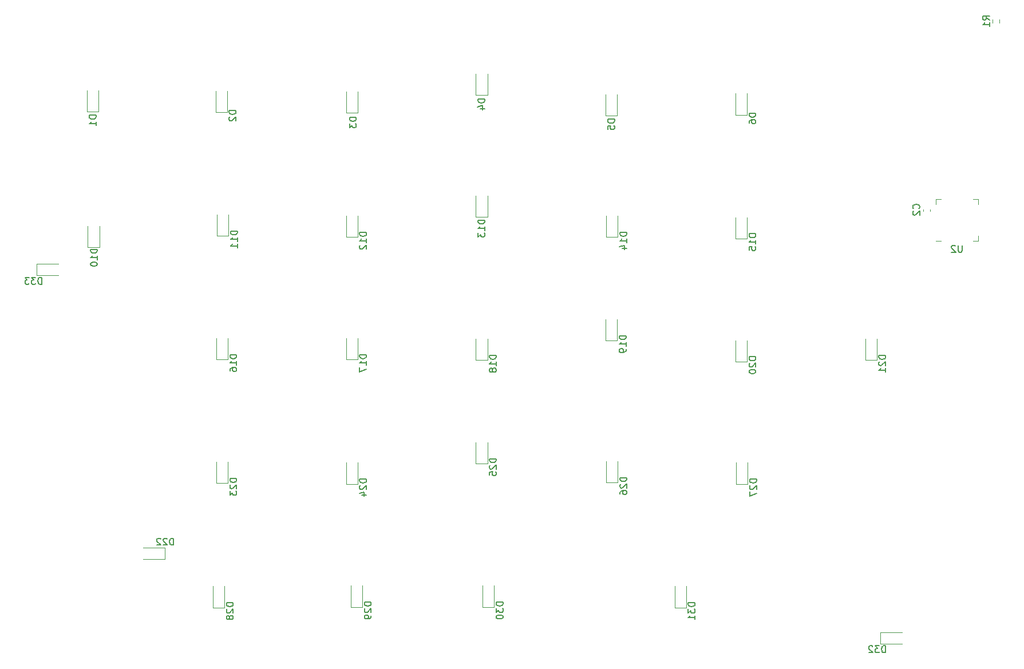
<source format=gbr>
%TF.GenerationSoftware,KiCad,Pcbnew,(6.0.6-0)*%
%TF.CreationDate,2023-01-06T16:27:02+00:00*%
%TF.ProjectId,MacSplit60,4d616353-706c-4697-9436-302e6b696361,rev?*%
%TF.SameCoordinates,Original*%
%TF.FileFunction,Legend,Bot*%
%TF.FilePolarity,Positive*%
%FSLAX46Y46*%
G04 Gerber Fmt 4.6, Leading zero omitted, Abs format (unit mm)*
G04 Created by KiCad (PCBNEW (6.0.6-0)) date 2023-01-06 16:27:02*
%MOMM*%
%LPD*%
G01*
G04 APERTURE LIST*
%ADD10C,0.150000*%
%ADD11C,0.120000*%
G04 APERTURE END LIST*
D10*
%TO.C,D12*%
X145752380Y-79285714D02*
X144752380Y-79285714D01*
X144752380Y-79523809D01*
X144800000Y-79666666D01*
X144895238Y-79761904D01*
X144990476Y-79809523D01*
X145180952Y-79857142D01*
X145323809Y-79857142D01*
X145514285Y-79809523D01*
X145609523Y-79761904D01*
X145704761Y-79666666D01*
X145752380Y-79523809D01*
X145752380Y-79285714D01*
X145752380Y-80809523D02*
X145752380Y-80238095D01*
X145752380Y-80523809D02*
X144752380Y-80523809D01*
X144895238Y-80428571D01*
X144990476Y-80333333D01*
X145038095Y-80238095D01*
X144847619Y-81190476D02*
X144800000Y-81238095D01*
X144752380Y-81333333D01*
X144752380Y-81571428D01*
X144800000Y-81666666D01*
X144847619Y-81714285D01*
X144942857Y-81761904D01*
X145038095Y-81761904D01*
X145180952Y-81714285D01*
X145752380Y-81142857D01*
X145752380Y-81761904D01*
%TO.C,D23*%
X126552671Y-115685714D02*
X125552671Y-115685714D01*
X125552671Y-115923809D01*
X125600291Y-116066666D01*
X125695529Y-116161904D01*
X125790767Y-116209523D01*
X125981243Y-116257142D01*
X126124100Y-116257142D01*
X126314576Y-116209523D01*
X126409814Y-116161904D01*
X126505052Y-116066666D01*
X126552671Y-115923809D01*
X126552671Y-115685714D01*
X125647910Y-116638095D02*
X125600291Y-116685714D01*
X125552671Y-116780952D01*
X125552671Y-117019047D01*
X125600291Y-117114285D01*
X125647910Y-117161904D01*
X125743148Y-117209523D01*
X125838386Y-117209523D01*
X125981243Y-117161904D01*
X126552671Y-116590476D01*
X126552671Y-117209523D01*
X125552671Y-117542857D02*
X125552671Y-118161904D01*
X125933624Y-117828571D01*
X125933624Y-117971428D01*
X125981243Y-118066666D01*
X126028862Y-118114285D01*
X126124100Y-118161904D01*
X126362195Y-118161904D01*
X126457433Y-118114285D01*
X126505052Y-118066666D01*
X126552671Y-117971428D01*
X126552671Y-117685714D01*
X126505052Y-117590476D01*
X126457433Y-117542857D01*
%TO.C,D19*%
X184152380Y-94585714D02*
X183152380Y-94585714D01*
X183152380Y-94823809D01*
X183200000Y-94966666D01*
X183295238Y-95061904D01*
X183390476Y-95109523D01*
X183580952Y-95157142D01*
X183723809Y-95157142D01*
X183914285Y-95109523D01*
X184009523Y-95061904D01*
X184104761Y-94966666D01*
X184152380Y-94823809D01*
X184152380Y-94585714D01*
X184152380Y-96109523D02*
X184152380Y-95538095D01*
X184152380Y-95823809D02*
X183152380Y-95823809D01*
X183295238Y-95728571D01*
X183390476Y-95633333D01*
X183438095Y-95538095D01*
X184152380Y-96585714D02*
X184152380Y-96776190D01*
X184104761Y-96871428D01*
X184057142Y-96919047D01*
X183914285Y-97014285D01*
X183723809Y-97061904D01*
X183342857Y-97061904D01*
X183247619Y-97014285D01*
X183200000Y-96966666D01*
X183152380Y-96871428D01*
X183152380Y-96680952D01*
X183200000Y-96585714D01*
X183247619Y-96538095D01*
X183342857Y-96490476D01*
X183580952Y-96490476D01*
X183676190Y-96538095D01*
X183723809Y-96585714D01*
X183771428Y-96680952D01*
X183771428Y-96871428D01*
X183723809Y-96966666D01*
X183676190Y-97014285D01*
X183580952Y-97061904D01*
%TO.C,D18*%
X164952380Y-97485714D02*
X163952380Y-97485714D01*
X163952380Y-97723809D01*
X164000000Y-97866666D01*
X164095238Y-97961904D01*
X164190476Y-98009523D01*
X164380952Y-98057142D01*
X164523809Y-98057142D01*
X164714285Y-98009523D01*
X164809523Y-97961904D01*
X164904761Y-97866666D01*
X164952380Y-97723809D01*
X164952380Y-97485714D01*
X164952380Y-99009523D02*
X164952380Y-98438095D01*
X164952380Y-98723809D02*
X163952380Y-98723809D01*
X164095238Y-98628571D01*
X164190476Y-98533333D01*
X164238095Y-98438095D01*
X164380952Y-99580952D02*
X164333333Y-99485714D01*
X164285714Y-99438095D01*
X164190476Y-99390476D01*
X164142857Y-99390476D01*
X164047619Y-99438095D01*
X164000000Y-99485714D01*
X163952380Y-99580952D01*
X163952380Y-99771428D01*
X164000000Y-99866666D01*
X164047619Y-99914285D01*
X164142857Y-99961904D01*
X164190476Y-99961904D01*
X164285714Y-99914285D01*
X164333333Y-99866666D01*
X164380952Y-99771428D01*
X164380952Y-99580952D01*
X164428571Y-99485714D01*
X164476190Y-99438095D01*
X164571428Y-99390476D01*
X164761904Y-99390476D01*
X164857142Y-99438095D01*
X164904761Y-99485714D01*
X164952380Y-99580952D01*
X164952380Y-99771428D01*
X164904761Y-99866666D01*
X164857142Y-99914285D01*
X164761904Y-99961904D01*
X164571428Y-99961904D01*
X164476190Y-99914285D01*
X164428571Y-99866666D01*
X164380952Y-99771428D01*
%TO.C,D13*%
X163252380Y-77485714D02*
X162252380Y-77485714D01*
X162252380Y-77723809D01*
X162300000Y-77866666D01*
X162395238Y-77961904D01*
X162490476Y-78009523D01*
X162680952Y-78057142D01*
X162823809Y-78057142D01*
X163014285Y-78009523D01*
X163109523Y-77961904D01*
X163204761Y-77866666D01*
X163252380Y-77723809D01*
X163252380Y-77485714D01*
X163252380Y-79009523D02*
X163252380Y-78438095D01*
X163252380Y-78723809D02*
X162252380Y-78723809D01*
X162395238Y-78628571D01*
X162490476Y-78533333D01*
X162538095Y-78438095D01*
X162252380Y-79342857D02*
X162252380Y-79961904D01*
X162633333Y-79628571D01*
X162633333Y-79771428D01*
X162680952Y-79866666D01*
X162728571Y-79914285D01*
X162823809Y-79961904D01*
X163061904Y-79961904D01*
X163157142Y-79914285D01*
X163204761Y-79866666D01*
X163252380Y-79771428D01*
X163252380Y-79485714D01*
X163204761Y-79390476D01*
X163157142Y-79342857D01*
%TO.C,D5*%
X182452380Y-62561904D02*
X181452380Y-62561904D01*
X181452380Y-62800000D01*
X181500000Y-62942857D01*
X181595238Y-63038095D01*
X181690476Y-63085714D01*
X181880952Y-63133333D01*
X182023809Y-63133333D01*
X182214285Y-63085714D01*
X182309523Y-63038095D01*
X182404761Y-62942857D01*
X182452380Y-62800000D01*
X182452380Y-62561904D01*
X181452380Y-64038095D02*
X181452380Y-63561904D01*
X181928571Y-63514285D01*
X181880952Y-63561904D01*
X181833333Y-63657142D01*
X181833333Y-63895238D01*
X181880952Y-63990476D01*
X181928571Y-64038095D01*
X182023809Y-64085714D01*
X182261904Y-64085714D01*
X182357142Y-64038095D01*
X182404761Y-63990476D01*
X182452380Y-63895238D01*
X182452380Y-63657142D01*
X182404761Y-63561904D01*
X182357142Y-63514285D01*
%TO.C,D29*%
X146452380Y-133985714D02*
X145452380Y-133985714D01*
X145452380Y-134223809D01*
X145500000Y-134366666D01*
X145595238Y-134461904D01*
X145690476Y-134509523D01*
X145880952Y-134557142D01*
X146023809Y-134557142D01*
X146214285Y-134509523D01*
X146309523Y-134461904D01*
X146404761Y-134366666D01*
X146452380Y-134223809D01*
X146452380Y-133985714D01*
X145547619Y-134938095D02*
X145500000Y-134985714D01*
X145452380Y-135080952D01*
X145452380Y-135319047D01*
X145500000Y-135414285D01*
X145547619Y-135461904D01*
X145642857Y-135509523D01*
X145738095Y-135509523D01*
X145880952Y-135461904D01*
X146452380Y-134890476D01*
X146452380Y-135509523D01*
X146452380Y-135985714D02*
X146452380Y-136176190D01*
X146404761Y-136271428D01*
X146357142Y-136319047D01*
X146214285Y-136414285D01*
X146023809Y-136461904D01*
X145642857Y-136461904D01*
X145547619Y-136414285D01*
X145500000Y-136366666D01*
X145452380Y-136271428D01*
X145452380Y-136080952D01*
X145500000Y-135985714D01*
X145547619Y-135938095D01*
X145642857Y-135890476D01*
X145880952Y-135890476D01*
X145976190Y-135938095D01*
X146023809Y-135985714D01*
X146071428Y-136080952D01*
X146071428Y-136271428D01*
X146023809Y-136366666D01*
X145976190Y-136414285D01*
X145880952Y-136461904D01*
%TO.C,U2*%
X233861904Y-81212380D02*
X233861904Y-82021904D01*
X233814285Y-82117142D01*
X233766666Y-82164761D01*
X233671428Y-82212380D01*
X233480952Y-82212380D01*
X233385714Y-82164761D01*
X233338095Y-82117142D01*
X233290476Y-82021904D01*
X233290476Y-81212380D01*
X232861904Y-81307619D02*
X232814285Y-81260000D01*
X232719047Y-81212380D01*
X232480952Y-81212380D01*
X232385714Y-81260000D01*
X232338095Y-81307619D01*
X232290476Y-81402857D01*
X232290476Y-81498095D01*
X232338095Y-81640952D01*
X232909523Y-82212380D01*
X232290476Y-82212380D01*
%TO.C,R1*%
X237912380Y-47863333D02*
X237436190Y-47530000D01*
X237912380Y-47291904D02*
X236912380Y-47291904D01*
X236912380Y-47672857D01*
X236960000Y-47768095D01*
X237007619Y-47815714D01*
X237102857Y-47863333D01*
X237245714Y-47863333D01*
X237340952Y-47815714D01*
X237388571Y-47768095D01*
X237436190Y-47672857D01*
X237436190Y-47291904D01*
X237912380Y-48815714D02*
X237912380Y-48244285D01*
X237912380Y-48530000D02*
X236912380Y-48530000D01*
X237055238Y-48434761D01*
X237150476Y-48339523D01*
X237198095Y-48244285D01*
%TO.C,D25*%
X164952380Y-112785714D02*
X163952380Y-112785714D01*
X163952380Y-113023809D01*
X164000000Y-113166666D01*
X164095238Y-113261904D01*
X164190476Y-113309523D01*
X164380952Y-113357142D01*
X164523809Y-113357142D01*
X164714285Y-113309523D01*
X164809523Y-113261904D01*
X164904761Y-113166666D01*
X164952380Y-113023809D01*
X164952380Y-112785714D01*
X164047619Y-113738095D02*
X164000000Y-113785714D01*
X163952380Y-113880952D01*
X163952380Y-114119047D01*
X164000000Y-114214285D01*
X164047619Y-114261904D01*
X164142857Y-114309523D01*
X164238095Y-114309523D01*
X164380952Y-114261904D01*
X164952380Y-113690476D01*
X164952380Y-114309523D01*
X163952380Y-115214285D02*
X163952380Y-114738095D01*
X164428571Y-114690476D01*
X164380952Y-114738095D01*
X164333333Y-114833333D01*
X164333333Y-115071428D01*
X164380952Y-115166666D01*
X164428571Y-115214285D01*
X164523809Y-115261904D01*
X164761904Y-115261904D01*
X164857142Y-115214285D01*
X164904761Y-115166666D01*
X164952380Y-115071428D01*
X164952380Y-114833333D01*
X164904761Y-114738095D01*
X164857142Y-114690476D01*
%TO.C,D30*%
X165952380Y-133985714D02*
X164952380Y-133985714D01*
X164952380Y-134223809D01*
X165000000Y-134366666D01*
X165095238Y-134461904D01*
X165190476Y-134509523D01*
X165380952Y-134557142D01*
X165523809Y-134557142D01*
X165714285Y-134509523D01*
X165809523Y-134461904D01*
X165904761Y-134366666D01*
X165952380Y-134223809D01*
X165952380Y-133985714D01*
X164952380Y-134890476D02*
X164952380Y-135509523D01*
X165333333Y-135176190D01*
X165333333Y-135319047D01*
X165380952Y-135414285D01*
X165428571Y-135461904D01*
X165523809Y-135509523D01*
X165761904Y-135509523D01*
X165857142Y-135461904D01*
X165904761Y-135414285D01*
X165952380Y-135319047D01*
X165952380Y-135033333D01*
X165904761Y-134938095D01*
X165857142Y-134890476D01*
X164952380Y-136128571D02*
X164952380Y-136223809D01*
X165000000Y-136319047D01*
X165047619Y-136366666D01*
X165142857Y-136414285D01*
X165333333Y-136461904D01*
X165571428Y-136461904D01*
X165761904Y-136414285D01*
X165857142Y-136366666D01*
X165904761Y-136319047D01*
X165952380Y-136223809D01*
X165952380Y-136128571D01*
X165904761Y-136033333D01*
X165857142Y-135985714D01*
X165761904Y-135938095D01*
X165571428Y-135890476D01*
X165333333Y-135890476D01*
X165142857Y-135938095D01*
X165047619Y-135985714D01*
X165000000Y-136033333D01*
X164952380Y-136128571D01*
%TO.C,D32*%
X222514285Y-141452380D02*
X222514285Y-140452380D01*
X222276190Y-140452380D01*
X222133333Y-140500000D01*
X222038095Y-140595238D01*
X221990476Y-140690476D01*
X221942857Y-140880952D01*
X221942857Y-141023809D01*
X221990476Y-141214285D01*
X222038095Y-141309523D01*
X222133333Y-141404761D01*
X222276190Y-141452380D01*
X222514285Y-141452380D01*
X221609523Y-140452380D02*
X220990476Y-140452380D01*
X221323809Y-140833333D01*
X221180952Y-140833333D01*
X221085714Y-140880952D01*
X221038095Y-140928571D01*
X220990476Y-141023809D01*
X220990476Y-141261904D01*
X221038095Y-141357142D01*
X221085714Y-141404761D01*
X221180952Y-141452380D01*
X221466666Y-141452380D01*
X221561904Y-141404761D01*
X221609523Y-141357142D01*
X220609523Y-140547619D02*
X220561904Y-140500000D01*
X220466666Y-140452380D01*
X220228571Y-140452380D01*
X220133333Y-140500000D01*
X220085714Y-140547619D01*
X220038095Y-140642857D01*
X220038095Y-140738095D01*
X220085714Y-140880952D01*
X220657142Y-141452380D01*
X220038095Y-141452380D01*
%TO.C,D24*%
X145752671Y-115785714D02*
X144752671Y-115785714D01*
X144752671Y-116023809D01*
X144800291Y-116166666D01*
X144895529Y-116261904D01*
X144990767Y-116309523D01*
X145181243Y-116357142D01*
X145324100Y-116357142D01*
X145514576Y-116309523D01*
X145609814Y-116261904D01*
X145705052Y-116166666D01*
X145752671Y-116023809D01*
X145752671Y-115785714D01*
X144847910Y-116738095D02*
X144800291Y-116785714D01*
X144752671Y-116880952D01*
X144752671Y-117119047D01*
X144800291Y-117214285D01*
X144847910Y-117261904D01*
X144943148Y-117309523D01*
X145038386Y-117309523D01*
X145181243Y-117261904D01*
X145752671Y-116690476D01*
X145752671Y-117309523D01*
X145086005Y-118166666D02*
X145752671Y-118166666D01*
X144705052Y-117928571D02*
X145419338Y-117690476D01*
X145419338Y-118309523D01*
%TO.C,D1*%
X105752380Y-61961904D02*
X104752380Y-61961904D01*
X104752380Y-62200000D01*
X104800000Y-62342857D01*
X104895238Y-62438095D01*
X104990476Y-62485714D01*
X105180952Y-62533333D01*
X105323809Y-62533333D01*
X105514285Y-62485714D01*
X105609523Y-62438095D01*
X105704761Y-62342857D01*
X105752380Y-62200000D01*
X105752380Y-61961904D01*
X105752380Y-63485714D02*
X105752380Y-62914285D01*
X105752380Y-63200000D02*
X104752380Y-63200000D01*
X104895238Y-63104761D01*
X104990476Y-63009523D01*
X105038095Y-62914285D01*
%TO.C,D2*%
X126452671Y-61261904D02*
X125452671Y-61261904D01*
X125452671Y-61500000D01*
X125500291Y-61642857D01*
X125595529Y-61738095D01*
X125690767Y-61785714D01*
X125881243Y-61833333D01*
X126024100Y-61833333D01*
X126214576Y-61785714D01*
X126309814Y-61738095D01*
X126405052Y-61642857D01*
X126452671Y-61500000D01*
X126452671Y-61261904D01*
X125547910Y-62214285D02*
X125500291Y-62261904D01*
X125452671Y-62357142D01*
X125452671Y-62595238D01*
X125500291Y-62690476D01*
X125547910Y-62738095D01*
X125643148Y-62785714D01*
X125738386Y-62785714D01*
X125881243Y-62738095D01*
X126452671Y-62166666D01*
X126452671Y-62785714D01*
%TO.C,D15*%
X203352380Y-79485714D02*
X202352380Y-79485714D01*
X202352380Y-79723809D01*
X202400000Y-79866666D01*
X202495238Y-79961904D01*
X202590476Y-80009523D01*
X202780952Y-80057142D01*
X202923809Y-80057142D01*
X203114285Y-80009523D01*
X203209523Y-79961904D01*
X203304761Y-79866666D01*
X203352380Y-79723809D01*
X203352380Y-79485714D01*
X203352380Y-81009523D02*
X203352380Y-80438095D01*
X203352380Y-80723809D02*
X202352380Y-80723809D01*
X202495238Y-80628571D01*
X202590476Y-80533333D01*
X202638095Y-80438095D01*
X202352380Y-81914285D02*
X202352380Y-81438095D01*
X202828571Y-81390476D01*
X202780952Y-81438095D01*
X202733333Y-81533333D01*
X202733333Y-81771428D01*
X202780952Y-81866666D01*
X202828571Y-81914285D01*
X202923809Y-81961904D01*
X203161904Y-81961904D01*
X203257142Y-81914285D01*
X203304761Y-81866666D01*
X203352380Y-81771428D01*
X203352380Y-81533333D01*
X203304761Y-81438095D01*
X203257142Y-81390476D01*
%TO.C,D10*%
X105952671Y-81785714D02*
X104952671Y-81785714D01*
X104952671Y-82023809D01*
X105000291Y-82166666D01*
X105095529Y-82261904D01*
X105190767Y-82309523D01*
X105381243Y-82357142D01*
X105524100Y-82357142D01*
X105714576Y-82309523D01*
X105809814Y-82261904D01*
X105905052Y-82166666D01*
X105952671Y-82023809D01*
X105952671Y-81785714D01*
X105952671Y-83309523D02*
X105952671Y-82738095D01*
X105952671Y-83023809D02*
X104952671Y-83023809D01*
X105095529Y-82928571D01*
X105190767Y-82833333D01*
X105238386Y-82738095D01*
X104952671Y-83928571D02*
X104952671Y-84023809D01*
X105000291Y-84119047D01*
X105047910Y-84166666D01*
X105143148Y-84214285D01*
X105333624Y-84261904D01*
X105571719Y-84261904D01*
X105762195Y-84214285D01*
X105857433Y-84166666D01*
X105905052Y-84119047D01*
X105952671Y-84023809D01*
X105952671Y-83928571D01*
X105905052Y-83833333D01*
X105857433Y-83785714D01*
X105762195Y-83738095D01*
X105571719Y-83690476D01*
X105333624Y-83690476D01*
X105143148Y-83738095D01*
X105047910Y-83785714D01*
X105000291Y-83833333D01*
X104952671Y-83928571D01*
%TO.C,D31*%
X194352380Y-134085714D02*
X193352380Y-134085714D01*
X193352380Y-134323809D01*
X193400000Y-134466666D01*
X193495238Y-134561904D01*
X193590476Y-134609523D01*
X193780952Y-134657142D01*
X193923809Y-134657142D01*
X194114285Y-134609523D01*
X194209523Y-134561904D01*
X194304761Y-134466666D01*
X194352380Y-134323809D01*
X194352380Y-134085714D01*
X193352380Y-134990476D02*
X193352380Y-135609523D01*
X193733333Y-135276190D01*
X193733333Y-135419047D01*
X193780952Y-135514285D01*
X193828571Y-135561904D01*
X193923809Y-135609523D01*
X194161904Y-135609523D01*
X194257142Y-135561904D01*
X194304761Y-135514285D01*
X194352380Y-135419047D01*
X194352380Y-135133333D01*
X194304761Y-135038095D01*
X194257142Y-134990476D01*
X194352380Y-136561904D02*
X194352380Y-135990476D01*
X194352380Y-136276190D02*
X193352380Y-136276190D01*
X193495238Y-136180952D01*
X193590476Y-136085714D01*
X193638095Y-135990476D01*
%TO.C,D22*%
X117214576Y-125552380D02*
X117214576Y-124552380D01*
X116976481Y-124552380D01*
X116833624Y-124599999D01*
X116738386Y-124695238D01*
X116690767Y-124790476D01*
X116643148Y-124980952D01*
X116643148Y-125123809D01*
X116690767Y-125314285D01*
X116738386Y-125409523D01*
X116833624Y-125504761D01*
X116976481Y-125552380D01*
X117214576Y-125552380D01*
X116262195Y-124647619D02*
X116214576Y-124599999D01*
X116119338Y-124552380D01*
X115881243Y-124552380D01*
X115786005Y-124600000D01*
X115738386Y-124647619D01*
X115690767Y-124742857D01*
X115690767Y-124838095D01*
X115738386Y-124980952D01*
X116309814Y-125552380D01*
X115690767Y-125552380D01*
X115309814Y-124647619D02*
X115262195Y-124600000D01*
X115166957Y-124552380D01*
X114928862Y-124552380D01*
X114833624Y-124600000D01*
X114786005Y-124647619D01*
X114738386Y-124742857D01*
X114738386Y-124838095D01*
X114786005Y-124980952D01*
X115357433Y-125552380D01*
X114738386Y-125552380D01*
%TO.C,D17*%
X145752671Y-97385714D02*
X144752671Y-97385714D01*
X144752671Y-97623809D01*
X144800291Y-97766666D01*
X144895529Y-97861904D01*
X144990767Y-97909523D01*
X145181243Y-97957142D01*
X145324100Y-97957142D01*
X145514576Y-97909523D01*
X145609814Y-97861904D01*
X145705052Y-97766666D01*
X145752671Y-97623809D01*
X145752671Y-97385714D01*
X145752671Y-98909523D02*
X145752671Y-98338095D01*
X145752671Y-98623809D02*
X144752671Y-98623809D01*
X144895529Y-98528571D01*
X144990767Y-98433333D01*
X145038386Y-98338095D01*
X144752671Y-99242857D02*
X144752671Y-99909523D01*
X145752671Y-99480952D01*
%TO.C,D26*%
X184252380Y-115585714D02*
X183252380Y-115585714D01*
X183252380Y-115823809D01*
X183300000Y-115966666D01*
X183395238Y-116061904D01*
X183490476Y-116109523D01*
X183680952Y-116157142D01*
X183823809Y-116157142D01*
X184014285Y-116109523D01*
X184109523Y-116061904D01*
X184204761Y-115966666D01*
X184252380Y-115823809D01*
X184252380Y-115585714D01*
X183347619Y-116538095D02*
X183300000Y-116585714D01*
X183252380Y-116680952D01*
X183252380Y-116919047D01*
X183300000Y-117014285D01*
X183347619Y-117061904D01*
X183442857Y-117109523D01*
X183538095Y-117109523D01*
X183680952Y-117061904D01*
X184252380Y-116490476D01*
X184252380Y-117109523D01*
X183252380Y-117966666D02*
X183252380Y-117776190D01*
X183300000Y-117680952D01*
X183347619Y-117633333D01*
X183490476Y-117538095D01*
X183680952Y-117490476D01*
X184061904Y-117490476D01*
X184157142Y-117538095D01*
X184204761Y-117585714D01*
X184252380Y-117680952D01*
X184252380Y-117871428D01*
X184204761Y-117966666D01*
X184157142Y-118014285D01*
X184061904Y-118061904D01*
X183823809Y-118061904D01*
X183728571Y-118014285D01*
X183680952Y-117966666D01*
X183633333Y-117871428D01*
X183633333Y-117680952D01*
X183680952Y-117585714D01*
X183728571Y-117538095D01*
X183823809Y-117490476D01*
%TO.C,D6*%
X203352380Y-61661904D02*
X202352380Y-61661904D01*
X202352380Y-61900000D01*
X202400000Y-62042857D01*
X202495238Y-62138095D01*
X202590476Y-62185714D01*
X202780952Y-62233333D01*
X202923809Y-62233333D01*
X203114285Y-62185714D01*
X203209523Y-62138095D01*
X203304761Y-62042857D01*
X203352380Y-61900000D01*
X203352380Y-61661904D01*
X202352380Y-63090476D02*
X202352380Y-62900000D01*
X202400000Y-62804761D01*
X202447619Y-62757142D01*
X202590476Y-62661904D01*
X202780952Y-62614285D01*
X203161904Y-62614285D01*
X203257142Y-62661904D01*
X203304761Y-62709523D01*
X203352380Y-62804761D01*
X203352380Y-62995238D01*
X203304761Y-63090476D01*
X203257142Y-63138095D01*
X203161904Y-63185714D01*
X202923809Y-63185714D01*
X202828571Y-63138095D01*
X202780952Y-63090476D01*
X202733333Y-62995238D01*
X202733333Y-62804761D01*
X202780952Y-62709523D01*
X202828571Y-62661904D01*
X202923809Y-62614285D01*
%TO.C,D4*%
X163252380Y-59561904D02*
X162252380Y-59561904D01*
X162252380Y-59800000D01*
X162300000Y-59942857D01*
X162395238Y-60038095D01*
X162490476Y-60085714D01*
X162680952Y-60133333D01*
X162823809Y-60133333D01*
X163014285Y-60085714D01*
X163109523Y-60038095D01*
X163204761Y-59942857D01*
X163252380Y-59800000D01*
X163252380Y-59561904D01*
X162585714Y-60990476D02*
X163252380Y-60990476D01*
X162204761Y-60752380D02*
X162919047Y-60514285D01*
X162919047Y-61133333D01*
%TO.C,D11*%
X126652671Y-79085714D02*
X125652671Y-79085714D01*
X125652671Y-79323809D01*
X125700291Y-79466666D01*
X125795529Y-79561904D01*
X125890767Y-79609523D01*
X126081243Y-79657142D01*
X126224100Y-79657142D01*
X126414576Y-79609523D01*
X126509814Y-79561904D01*
X126605052Y-79466666D01*
X126652671Y-79323809D01*
X126652671Y-79085714D01*
X126652671Y-80609523D02*
X126652671Y-80038095D01*
X126652671Y-80323809D02*
X125652671Y-80323809D01*
X125795529Y-80228571D01*
X125890767Y-80133333D01*
X125938386Y-80038095D01*
X126652671Y-81561904D02*
X126652671Y-80990476D01*
X126652671Y-81276190D02*
X125652671Y-81276190D01*
X125795529Y-81180952D01*
X125890767Y-81085714D01*
X125938386Y-80990476D01*
%TO.C,D16*%
X126552671Y-97385714D02*
X125552671Y-97385714D01*
X125552671Y-97623809D01*
X125600291Y-97766666D01*
X125695529Y-97861904D01*
X125790767Y-97909523D01*
X125981243Y-97957142D01*
X126124100Y-97957142D01*
X126314576Y-97909523D01*
X126409814Y-97861904D01*
X126505052Y-97766666D01*
X126552671Y-97623809D01*
X126552671Y-97385714D01*
X126552671Y-98909523D02*
X126552671Y-98338095D01*
X126552671Y-98623809D02*
X125552671Y-98623809D01*
X125695529Y-98528571D01*
X125790767Y-98433333D01*
X125838386Y-98338095D01*
X125552671Y-99766666D02*
X125552671Y-99576190D01*
X125600291Y-99480952D01*
X125647910Y-99433333D01*
X125790767Y-99338095D01*
X125981243Y-99290476D01*
X126362195Y-99290476D01*
X126457433Y-99338095D01*
X126505052Y-99385714D01*
X126552671Y-99480952D01*
X126552671Y-99671428D01*
X126505052Y-99766666D01*
X126457433Y-99814285D01*
X126362195Y-99861904D01*
X126124100Y-99861904D01*
X126028862Y-99814285D01*
X125981243Y-99766666D01*
X125933624Y-99671428D01*
X125933624Y-99480952D01*
X125981243Y-99385714D01*
X126028862Y-99338095D01*
X126124100Y-99290476D01*
%TO.C,D28*%
X126052380Y-134085714D02*
X125052380Y-134085714D01*
X125052380Y-134323809D01*
X125100000Y-134466666D01*
X125195238Y-134561904D01*
X125290476Y-134609523D01*
X125480952Y-134657142D01*
X125623809Y-134657142D01*
X125814285Y-134609523D01*
X125909523Y-134561904D01*
X126004761Y-134466666D01*
X126052380Y-134323809D01*
X126052380Y-134085714D01*
X125147619Y-135038095D02*
X125100000Y-135085714D01*
X125052380Y-135180952D01*
X125052380Y-135419047D01*
X125100000Y-135514285D01*
X125147619Y-135561904D01*
X125242857Y-135609523D01*
X125338095Y-135609523D01*
X125480952Y-135561904D01*
X126052380Y-134990476D01*
X126052380Y-135609523D01*
X125480952Y-136180952D02*
X125433333Y-136085714D01*
X125385714Y-136038095D01*
X125290476Y-135990476D01*
X125242857Y-135990476D01*
X125147619Y-136038095D01*
X125100000Y-136085714D01*
X125052380Y-136180952D01*
X125052380Y-136371428D01*
X125100000Y-136466666D01*
X125147619Y-136514285D01*
X125242857Y-136561904D01*
X125290476Y-136561904D01*
X125385714Y-136514285D01*
X125433333Y-136466666D01*
X125480952Y-136371428D01*
X125480952Y-136180952D01*
X125528571Y-136085714D01*
X125576190Y-136038095D01*
X125671428Y-135990476D01*
X125861904Y-135990476D01*
X125957142Y-136038095D01*
X126004761Y-136085714D01*
X126052380Y-136180952D01*
X126052380Y-136371428D01*
X126004761Y-136466666D01*
X125957142Y-136514285D01*
X125861904Y-136561904D01*
X125671428Y-136561904D01*
X125576190Y-136514285D01*
X125528571Y-136466666D01*
X125480952Y-136371428D01*
%TO.C,D14*%
X184252380Y-79285714D02*
X183252380Y-79285714D01*
X183252380Y-79523809D01*
X183300000Y-79666666D01*
X183395238Y-79761904D01*
X183490476Y-79809523D01*
X183680952Y-79857142D01*
X183823809Y-79857142D01*
X184014285Y-79809523D01*
X184109523Y-79761904D01*
X184204761Y-79666666D01*
X184252380Y-79523809D01*
X184252380Y-79285714D01*
X184252380Y-80809523D02*
X184252380Y-80238095D01*
X184252380Y-80523809D02*
X183252380Y-80523809D01*
X183395238Y-80428571D01*
X183490476Y-80333333D01*
X183538095Y-80238095D01*
X183585714Y-81666666D02*
X184252380Y-81666666D01*
X183204761Y-81428571D02*
X183919047Y-81190476D01*
X183919047Y-81809523D01*
%TO.C,D27*%
X203452380Y-115785714D02*
X202452380Y-115785714D01*
X202452380Y-116023809D01*
X202500000Y-116166666D01*
X202595238Y-116261904D01*
X202690476Y-116309523D01*
X202880952Y-116357142D01*
X203023809Y-116357142D01*
X203214285Y-116309523D01*
X203309523Y-116261904D01*
X203404761Y-116166666D01*
X203452380Y-116023809D01*
X203452380Y-115785714D01*
X202547619Y-116738095D02*
X202500000Y-116785714D01*
X202452380Y-116880952D01*
X202452380Y-117119047D01*
X202500000Y-117214285D01*
X202547619Y-117261904D01*
X202642857Y-117309523D01*
X202738095Y-117309523D01*
X202880952Y-117261904D01*
X203452380Y-116690476D01*
X203452380Y-117309523D01*
X202452380Y-117642857D02*
X202452380Y-118309523D01*
X203452380Y-117880952D01*
%TO.C,D20*%
X203352380Y-97685714D02*
X202352380Y-97685714D01*
X202352380Y-97923809D01*
X202400000Y-98066666D01*
X202495238Y-98161904D01*
X202590476Y-98209523D01*
X202780952Y-98257142D01*
X202923809Y-98257142D01*
X203114285Y-98209523D01*
X203209523Y-98161904D01*
X203304761Y-98066666D01*
X203352380Y-97923809D01*
X203352380Y-97685714D01*
X202447619Y-98638095D02*
X202400000Y-98685714D01*
X202352380Y-98780952D01*
X202352380Y-99019047D01*
X202400000Y-99114285D01*
X202447619Y-99161904D01*
X202542857Y-99209523D01*
X202638095Y-99209523D01*
X202780952Y-99161904D01*
X203352380Y-98590476D01*
X203352380Y-99209523D01*
X202352380Y-99828571D02*
X202352380Y-99923809D01*
X202400000Y-100019047D01*
X202447619Y-100066666D01*
X202542857Y-100114285D01*
X202733333Y-100161904D01*
X202971428Y-100161904D01*
X203161904Y-100114285D01*
X203257142Y-100066666D01*
X203304761Y-100019047D01*
X203352380Y-99923809D01*
X203352380Y-99828571D01*
X203304761Y-99733333D01*
X203257142Y-99685714D01*
X203161904Y-99638095D01*
X202971428Y-99590476D01*
X202733333Y-99590476D01*
X202542857Y-99638095D01*
X202447619Y-99685714D01*
X202400000Y-99733333D01*
X202352380Y-99828571D01*
%TO.C,D33*%
X97714576Y-86952380D02*
X97714576Y-85952380D01*
X97476481Y-85952380D01*
X97333624Y-86000000D01*
X97238386Y-86095238D01*
X97190767Y-86190476D01*
X97143148Y-86380952D01*
X97143148Y-86523809D01*
X97190767Y-86714285D01*
X97238386Y-86809523D01*
X97333624Y-86904761D01*
X97476481Y-86952380D01*
X97714576Y-86952380D01*
X96809814Y-85952380D02*
X96190767Y-85952380D01*
X96524100Y-86333333D01*
X96381243Y-86333333D01*
X96286005Y-86380952D01*
X96238386Y-86428571D01*
X96190767Y-86523809D01*
X96190767Y-86761904D01*
X96238386Y-86857142D01*
X96286005Y-86904761D01*
X96381243Y-86952380D01*
X96666957Y-86952380D01*
X96762195Y-86904761D01*
X96809814Y-86857142D01*
X95857433Y-85952380D02*
X95238386Y-85952380D01*
X95571719Y-86333333D01*
X95428862Y-86333333D01*
X95333624Y-86380952D01*
X95286005Y-86428571D01*
X95238386Y-86523809D01*
X95238386Y-86761904D01*
X95286005Y-86857142D01*
X95333624Y-86904761D01*
X95428862Y-86952380D01*
X95714576Y-86952380D01*
X95809814Y-86904761D01*
X95857433Y-86857142D01*
%TO.C,D21*%
X222552380Y-97485714D02*
X221552380Y-97485714D01*
X221552380Y-97723809D01*
X221600000Y-97866666D01*
X221695238Y-97961904D01*
X221790476Y-98009523D01*
X221980952Y-98057142D01*
X222123809Y-98057142D01*
X222314285Y-98009523D01*
X222409523Y-97961904D01*
X222504761Y-97866666D01*
X222552380Y-97723809D01*
X222552380Y-97485714D01*
X221647619Y-98438095D02*
X221600000Y-98485714D01*
X221552380Y-98580952D01*
X221552380Y-98819047D01*
X221600000Y-98914285D01*
X221647619Y-98961904D01*
X221742857Y-99009523D01*
X221838095Y-99009523D01*
X221980952Y-98961904D01*
X222552380Y-98390476D01*
X222552380Y-99009523D01*
X222552380Y-99961904D02*
X222552380Y-99390476D01*
X222552380Y-99676190D02*
X221552380Y-99676190D01*
X221695238Y-99580952D01*
X221790476Y-99485714D01*
X221838095Y-99390476D01*
%TO.C,D3*%
X144252089Y-62261904D02*
X143252089Y-62261904D01*
X143252089Y-62500000D01*
X143299709Y-62642857D01*
X143394947Y-62738095D01*
X143490185Y-62785714D01*
X143680661Y-62833333D01*
X143823518Y-62833333D01*
X144013994Y-62785714D01*
X144109232Y-62738095D01*
X144204470Y-62642857D01*
X144252089Y-62500000D01*
X144252089Y-62261904D01*
X143252089Y-63166666D02*
X143252089Y-63785714D01*
X143633042Y-63452380D01*
X143633042Y-63595238D01*
X143680661Y-63690476D01*
X143728280Y-63738095D01*
X143823518Y-63785714D01*
X144061613Y-63785714D01*
X144156851Y-63738095D01*
X144204470Y-63690476D01*
X144252089Y-63595238D01*
X144252089Y-63309523D01*
X144204470Y-63214285D01*
X144156851Y-63166666D01*
%TO.C,C2*%
X227487142Y-75763333D02*
X227534761Y-75715714D01*
X227582380Y-75572857D01*
X227582380Y-75477619D01*
X227534761Y-75334761D01*
X227439523Y-75239523D01*
X227344285Y-75191904D01*
X227153809Y-75144285D01*
X227010952Y-75144285D01*
X226820476Y-75191904D01*
X226725238Y-75239523D01*
X226630000Y-75334761D01*
X226582380Y-75477619D01*
X226582380Y-75572857D01*
X226630000Y-75715714D01*
X226677619Y-75763333D01*
X226677619Y-76144285D02*
X226630000Y-76191904D01*
X226582380Y-76287142D01*
X226582380Y-76525238D01*
X226630000Y-76620476D01*
X226677619Y-76668095D01*
X226772857Y-76715714D01*
X226868095Y-76715714D01*
X227010952Y-76668095D01*
X227582380Y-76096666D01*
X227582380Y-76715714D01*
D11*
%TO.C,D12*%
X142750000Y-80000000D02*
X142750000Y-76850000D01*
X144450000Y-80000000D02*
X142750000Y-80000000D01*
X144450000Y-80000000D02*
X144450000Y-76850000D01*
%TO.C,D23*%
X123550291Y-116400000D02*
X123550291Y-113250000D01*
X125250291Y-116400000D02*
X123550291Y-116400000D01*
X125250291Y-116400000D02*
X125250291Y-113250000D01*
%TO.C,D19*%
X182850000Y-95300000D02*
X182850000Y-92150000D01*
X181150000Y-95300000D02*
X181150000Y-92150000D01*
X182850000Y-95300000D02*
X181150000Y-95300000D01*
%TO.C,D18*%
X161950000Y-98200000D02*
X161950000Y-95050000D01*
X163650000Y-98200000D02*
X163650000Y-95050000D01*
X163650000Y-98200000D02*
X161950000Y-98200000D01*
%TO.C,D13*%
X163650000Y-77000000D02*
X161950000Y-77000000D01*
X161950000Y-77000000D02*
X161950000Y-73850000D01*
X163650000Y-77000000D02*
X163650000Y-73850000D01*
%TO.C,D5*%
X182850000Y-62000000D02*
X181150000Y-62000000D01*
X181150000Y-62000000D02*
X181150000Y-58850000D01*
X182850000Y-62000000D02*
X182850000Y-58850000D01*
%TO.C,D29*%
X145150000Y-134700000D02*
X145150000Y-131550000D01*
X143450000Y-134700000D02*
X143450000Y-131550000D01*
X145150000Y-134700000D02*
X143450000Y-134700000D01*
%TO.C,U2*%
X236210000Y-80570000D02*
X236210000Y-79820000D01*
X235460000Y-74350000D02*
X236210000Y-74350000D01*
X230740000Y-74350000D02*
X229990000Y-74350000D01*
X229990000Y-74350000D02*
X229990000Y-75100000D01*
X230740000Y-80570000D02*
X229990000Y-80570000D01*
X236210000Y-74350000D02*
X236210000Y-75100000D01*
X235460000Y-80570000D02*
X236210000Y-80570000D01*
%TO.C,R1*%
X238367500Y-47775276D02*
X238367500Y-48284724D01*
X239412500Y-47775276D02*
X239412500Y-48284724D01*
%TO.C,D25*%
X163650000Y-113500000D02*
X161950000Y-113500000D01*
X161950000Y-113500000D02*
X161950000Y-110350000D01*
X163650000Y-113500000D02*
X163650000Y-110350000D01*
%TO.C,D30*%
X162950000Y-134700000D02*
X162950000Y-131550000D01*
X164650000Y-134700000D02*
X164650000Y-131550000D01*
X164650000Y-134700000D02*
X162950000Y-134700000D01*
%TO.C,D32*%
X221800000Y-140150000D02*
X224950000Y-140150000D01*
X221800000Y-140150000D02*
X221800000Y-138450000D01*
X221800000Y-138450000D02*
X224950000Y-138450000D01*
%TO.C,D24*%
X142750291Y-116500000D02*
X142750291Y-113350000D01*
X144450291Y-116500000D02*
X144450291Y-113350000D01*
X144450291Y-116500000D02*
X142750291Y-116500000D01*
%TO.C,D1*%
X106150291Y-61400000D02*
X104450291Y-61400000D01*
X106150291Y-61400000D02*
X106150291Y-58250000D01*
X104450291Y-61400000D02*
X104450291Y-58250000D01*
%TO.C,D2*%
X125150291Y-61500000D02*
X125150291Y-58350000D01*
X125150291Y-61500000D02*
X123450291Y-61500000D01*
X123450291Y-61500000D02*
X123450291Y-58350000D01*
%TO.C,D15*%
X202050000Y-80200000D02*
X202050000Y-77050000D01*
X202050000Y-80200000D02*
X200350000Y-80200000D01*
X200350000Y-80200000D02*
X200350000Y-77050000D01*
%TO.C,D10*%
X106250291Y-81500000D02*
X104550291Y-81500000D01*
X106250291Y-81500000D02*
X106250291Y-78350000D01*
X104550291Y-81500000D02*
X104550291Y-78350000D01*
%TO.C,D31*%
X193050000Y-134800000D02*
X191350000Y-134800000D01*
X191350000Y-134800000D02*
X191350000Y-131650000D01*
X193050000Y-134800000D02*
X193050000Y-131650000D01*
%TO.C,D22*%
X115900000Y-127650000D02*
X112750000Y-127650000D01*
X115900000Y-125950000D02*
X112750000Y-125950000D01*
X115900000Y-125950000D02*
X115900000Y-127650000D01*
%TO.C,D17*%
X144450291Y-98100000D02*
X142750291Y-98100000D01*
X142750291Y-98100000D02*
X142750291Y-94950000D01*
X144450291Y-98100000D02*
X144450291Y-94950000D01*
%TO.C,D26*%
X182950000Y-116300000D02*
X181250000Y-116300000D01*
X181250000Y-116300000D02*
X181250000Y-113150000D01*
X182950000Y-116300000D02*
X182950000Y-113150000D01*
%TO.C,D6*%
X200350000Y-61900000D02*
X200350000Y-58750000D01*
X202050000Y-61900000D02*
X200350000Y-61900000D01*
X202050000Y-61900000D02*
X202050000Y-58750000D01*
%TO.C,D4*%
X163650000Y-59000000D02*
X161950000Y-59000000D01*
X163650000Y-59000000D02*
X163650000Y-55850000D01*
X161950000Y-59000000D02*
X161950000Y-55850000D01*
%TO.C,D11*%
X125350291Y-79800000D02*
X123650291Y-79800000D01*
X123650291Y-79800000D02*
X123650291Y-76650000D01*
X125350291Y-79800000D02*
X125350291Y-76650000D01*
%TO.C,D16*%
X125250291Y-98100000D02*
X125250291Y-94950000D01*
X123550291Y-98100000D02*
X123550291Y-94950000D01*
X125250291Y-98100000D02*
X123550291Y-98100000D01*
%TO.C,D28*%
X124750000Y-134800000D02*
X124750000Y-131650000D01*
X124750000Y-134800000D02*
X123050000Y-134800000D01*
X123050000Y-134800000D02*
X123050000Y-131650000D01*
%TO.C,D14*%
X182950000Y-80000000D02*
X181250000Y-80000000D01*
X182950000Y-80000000D02*
X182950000Y-76850000D01*
X181250000Y-80000000D02*
X181250000Y-76850000D01*
%TO.C,D27*%
X200450000Y-116500000D02*
X200450000Y-113350000D01*
X202150000Y-116500000D02*
X200450000Y-116500000D01*
X202150000Y-116500000D02*
X202150000Y-113350000D01*
%TO.C,D20*%
X200350000Y-98400000D02*
X200350000Y-95250000D01*
X202050000Y-98400000D02*
X202050000Y-95250000D01*
X202050000Y-98400000D02*
X200350000Y-98400000D01*
%TO.C,D33*%
X97000291Y-85650000D02*
X97000291Y-83950000D01*
X97000291Y-85650000D02*
X100150291Y-85650000D01*
X97000291Y-83950000D02*
X100150291Y-83950000D01*
%TO.C,D21*%
X221250000Y-98200000D02*
X221250000Y-95050000D01*
X221250000Y-98200000D02*
X219550000Y-98200000D01*
X219550000Y-98200000D02*
X219550000Y-95050000D01*
%TO.C,D3*%
X144450000Y-61600000D02*
X144450000Y-58450000D01*
X144450000Y-61600000D02*
X142750000Y-61600000D01*
X142750000Y-61600000D02*
X142750000Y-58450000D01*
%TO.C,C2*%
X229170000Y-76190580D02*
X229170000Y-75909420D01*
X228150000Y-76190580D02*
X228150000Y-75909420D01*
%TD*%
M02*

</source>
